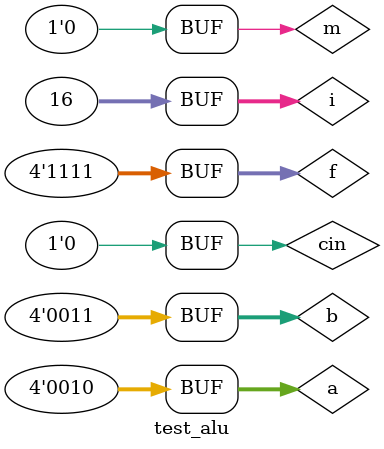
<source format=v>
module alu(f, m, cin, a, b, o, cout, e);
input [3:0] f, a, b;
input m, cin;
output reg [3:0] o;
output reg cout, e;

always @(*) begin

  if(m == 1) begin
    case(f)
      0: o = ~ a;
      1: o = ~(a | b);
      2: o = ~a & b;
      3: o = 0;
      4: o = ~(a | b);
      5: o = ~b;
      6: o = a ^ b;
      7: o = a & ~b;
      8: o = ~a | b;
      9: o = ~(a ^ b);
      10: o = b;
      11: o = a & b;
      12: o = 1;
      13: o = a | ~b;
      14: o = a | b;
      15: o = a;
      default: o = 0;
    endcase
  end
  else
    case(f)
      0: {cout,o} = a + cin;
      1: {cout,o} = a | b + cin;
      2: {cout,o} = a | ~b + cin;
      3: {cout,o} = -1 + cin;
      4: {cout,o} = a + a | ~b + cin;
      5: {cout,o} = (a | b) + (a & ~b) + cin;
      6: {cout,o} = a - b + cin - 1;
      7: {cout,o} = a & ~b - 1 + cin;
      8: {cout,o} = a + (a & b) + cin;
      9: {cout,o} = a + b + cin;
      10: {cout,o} = (a | ~b) + (a & b) + cin;
      11: {cout,o} = (a & b) - 1 + cin;
      12: {cout,o} = a + a + cin;
      13: {cout,o} = (a | b) + a + cin;
      14: {cout,o} = (a | ~b) + a + cin;
      15: {cout,o} = a - 1 + cin;
      default: o = 0;
    endcase
  if( a == b) e = 1;
  else e = 0;
end
endmodule

module test_alu;
reg [3:0] f, a, b;
reg m, cin;
wire [3:0] o;
wire cout, e;
integer i;

alu my_alu(f, m, cin, a, b, o, cout, e);
initial begin

  a = 2; b = 3;
  m = 1;
  cin = 0;
  for(i = 0; i <= 15; i = i+1) begin
    f = i; #20;
  end
  m = 0;
  for(i = 0; i <= 15; i = i+1) begin
    f = i; #20;
  end

end

endmodule

</source>
